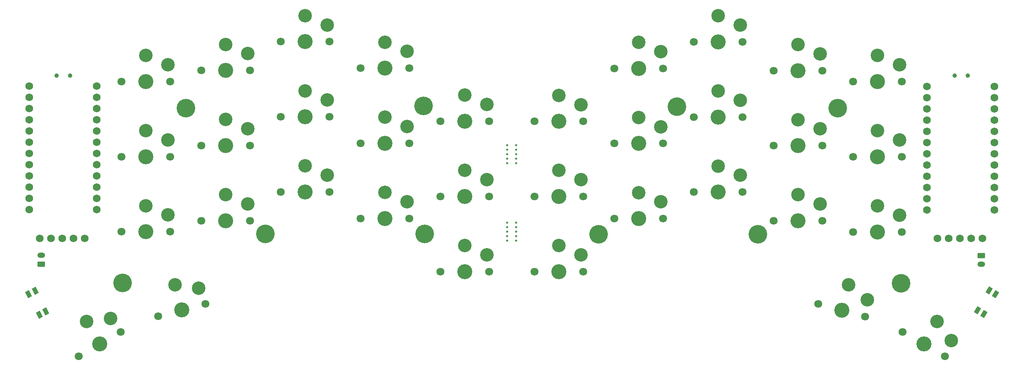
<source format=gbr>
%TF.GenerationSoftware,KiCad,Pcbnew,7.0.6*%
%TF.CreationDate,2024-11-05T18:23:53-06:00*%
%TF.ProjectId,main,6d61696e-2e6b-4696-9361-645f70636258,rev?*%
%TF.SameCoordinates,Original*%
%TF.FileFunction,Soldermask,Top*%
%TF.FilePolarity,Negative*%
%FSLAX46Y46*%
G04 Gerber Fmt 4.6, Leading zero omitted, Abs format (unit mm)*
G04 Created by KiCad (PCBNEW 7.0.6) date 2024-11-05 18:23:53*
%MOMM*%
%LPD*%
G01*
G04 APERTURE LIST*
G04 Aperture macros list*
%AMRoundRect*
0 Rectangle with rounded corners*
0 $1 Rounding radius*
0 $2 $3 $4 $5 $6 $7 $8 $9 X,Y pos of 4 corners*
0 Add a 4 corners polygon primitive as box body*
4,1,4,$2,$3,$4,$5,$6,$7,$8,$9,$2,$3,0*
0 Add four circle primitives for the rounded corners*
1,1,$1+$1,$2,$3*
1,1,$1+$1,$4,$5*
1,1,$1+$1,$6,$7*
1,1,$1+$1,$8,$9*
0 Add four rect primitives between the rounded corners*
20,1,$1+$1,$2,$3,$4,$5,0*
20,1,$1+$1,$4,$5,$6,$7,0*
20,1,$1+$1,$6,$7,$8,$9,0*
20,1,$1+$1,$8,$9,$2,$3,0*%
%AMRotRect*
0 Rectangle, with rotation*
0 The origin of the aperture is its center*
0 $1 length*
0 $2 width*
0 $3 Rotation angle, in degrees counterclockwise*
0 Add horizontal line*
21,1,$1,$2,0,0,$3*%
G04 Aperture macros list end*
%ADD10C,1.800000*%
%ADD11C,3.050000*%
%ADD12C,3.400000*%
%ADD13C,4.200000*%
%ADD14C,1.752600*%
%ADD15RotRect,1.550000X1.000000X60.000000*%
%ADD16C,0.500000*%
%ADD17RoundRect,0.250000X-0.625000X0.350000X-0.625000X-0.350000X0.625000X-0.350000X0.625000X0.350000X0*%
%ADD18O,1.750000X1.200000*%
%ADD19RoundRect,0.250000X0.625000X-0.350000X0.625000X0.350000X-0.625000X0.350000X-0.625000X-0.350000X0*%
%ADD20RotRect,1.550000X1.000000X297.500000*%
%ADD21C,1.000000*%
G04 APERTURE END LIST*
D10*
%TO.C,SW6*%
X133541961Y-60346064D03*
D11*
X139041961Y-54446064D03*
D12*
X139041961Y-60346064D03*
D11*
X144041961Y-56546064D03*
D10*
X144541961Y-60346064D03*
%TD*%
%TO.C,SW19*%
X58257249Y-31813724D03*
D11*
X63757249Y-25913724D03*
D12*
X63757249Y-31813724D03*
D11*
X68757249Y-28013724D03*
D10*
X69257249Y-31813724D03*
%TD*%
%TO.C,SW12*%
X151541964Y-65346069D03*
D11*
X157041964Y-59446069D03*
D12*
X157041964Y-65346069D03*
D11*
X162041964Y-61546069D03*
D10*
X162541964Y-65346069D03*
%TD*%
%TO.C,SW27*%
X112256252Y-60314218D03*
D11*
X117756252Y-54414218D03*
D12*
X117756252Y-60314218D03*
D11*
X122756252Y-56514218D03*
D10*
X123256252Y-60314218D03*
%TD*%
D13*
%TO.C,H4*%
X184041963Y-68845564D03*
%TD*%
D10*
%TO.C,SW25*%
X76256250Y-42313719D03*
D11*
X81756250Y-36413719D03*
D12*
X81756250Y-42313719D03*
D11*
X86756250Y-38513719D03*
D10*
X87256250Y-42313719D03*
%TD*%
D14*
%TO.C,Display1*%
X224580161Y-69844478D03*
X227120161Y-69844478D03*
X229660161Y-69844478D03*
X232200161Y-69844478D03*
X234740161Y-69844478D03*
%TD*%
D15*
%TO.C,RSW0*%
X237684422Y-82403483D03*
X235059422Y-86950117D03*
X236212178Y-81553483D03*
X233587178Y-86100117D03*
%TD*%
D10*
%TO.C,SW26*%
X94256249Y-48314217D03*
D11*
X99756249Y-42414217D03*
D12*
X99756249Y-48314217D03*
D11*
X104756249Y-44514217D03*
D10*
X105256249Y-48314217D03*
%TD*%
D16*
%TO.C,mouse-bite-2mm-slot*%
X127381000Y-48768000D03*
X127381000Y-49784000D03*
X127381000Y-50800000D03*
X127381000Y-51816000D03*
X127381000Y-52832000D03*
X129413000Y-48768000D03*
X129413000Y-49784000D03*
X129413000Y-50800000D03*
X129413000Y-51816000D03*
X129413000Y-52832000D03*
%TD*%
D10*
%TO.C,SW10*%
X205541963Y-51345570D03*
D11*
X211041963Y-45445570D03*
D12*
X211041963Y-51345570D03*
D11*
X216041963Y-47545570D03*
D10*
X216541963Y-51345570D03*
%TD*%
%TO.C,SW14*%
X187540961Y-65845566D03*
D11*
X193040961Y-59945566D03*
D12*
X193040961Y-65845566D03*
D11*
X198040961Y-62045566D03*
D10*
X198540961Y-65845566D03*
%TD*%
%TO.C,SW22*%
X112256254Y-43314221D03*
D11*
X117756254Y-37414221D03*
D12*
X117756254Y-43314221D03*
D11*
X122756254Y-39514221D03*
D10*
X123256254Y-43314221D03*
%TD*%
%TO.C,SW31*%
X94256249Y-65314223D03*
D11*
X99756249Y-59414223D03*
D12*
X99756249Y-65314223D03*
D11*
X104756249Y-61514223D03*
D10*
X105256249Y-65314223D03*
%TD*%
%TO.C,SW32*%
X112256250Y-77314221D03*
D11*
X117756250Y-71414221D03*
D12*
X117756250Y-77314221D03*
D11*
X122756250Y-73514221D03*
D10*
X123256250Y-77314221D03*
%TD*%
D17*
%TO.C,J1*%
X234479000Y-73676000D03*
D18*
X234479000Y-75676000D03*
%TD*%
D13*
%TO.C,H3*%
X202040962Y-40345569D03*
%TD*%
D10*
%TO.C,SW20*%
X76256253Y-25313722D03*
D11*
X81756253Y-19413722D03*
D12*
X81756253Y-25313722D03*
D11*
X86756253Y-21513722D03*
D10*
X87256253Y-25313722D03*
%TD*%
%TO.C,SW23*%
X40256250Y-51313724D03*
D11*
X45756250Y-45413724D03*
D12*
X45756250Y-51313724D03*
D11*
X50756250Y-47513724D03*
D10*
X51256250Y-51313724D03*
%TD*%
%TO.C,SW7*%
X151541964Y-48346063D03*
D11*
X157041964Y-42446063D03*
D12*
X157041964Y-48346063D03*
D11*
X162041964Y-44546063D03*
D10*
X162541964Y-48346063D03*
%TD*%
%TO.C,SW17*%
X216715787Y-90974187D03*
D11*
X224428927Y-88614637D03*
D12*
X221478927Y-93724187D03*
D11*
X227709054Y-92933290D03*
D10*
X226242067Y-96474187D03*
%TD*%
%TO.C,SW34*%
X48544617Y-87436926D03*
D11*
X52330177Y-80314459D03*
D12*
X53857209Y-86013421D03*
D11*
X57703326Y-81048808D03*
D10*
X59169801Y-84589916D03*
%TD*%
%TO.C,SW8*%
X169541963Y-42345565D03*
D11*
X175041963Y-36445565D03*
D12*
X175041963Y-42345565D03*
D11*
X180041963Y-38545565D03*
D10*
X180541963Y-42345565D03*
%TD*%
%TO.C,SW18*%
X40256250Y-34313721D03*
D11*
X45756250Y-28413721D03*
D12*
X45756250Y-34313721D03*
D11*
X50756250Y-30513721D03*
D10*
X51256250Y-34313721D03*
%TD*%
%TO.C,SW13*%
X169541963Y-59345566D03*
D11*
X175041963Y-53445566D03*
D12*
X175041963Y-59345566D03*
D11*
X180041963Y-55545566D03*
D10*
X180541963Y-59345566D03*
%TD*%
%TO.C,SW15*%
X205541966Y-68345564D03*
D11*
X211041966Y-62445564D03*
D12*
X211041966Y-68345564D03*
D11*
X216041966Y-64545564D03*
D10*
X216541966Y-68345564D03*
%TD*%
%TO.C,SW29*%
X58257252Y-65813720D03*
D11*
X63757252Y-59913720D03*
D12*
X63757252Y-65813720D03*
D11*
X68757252Y-62013720D03*
D10*
X69257252Y-65813720D03*
%TD*%
%TO.C,SW9*%
X187540961Y-48845565D03*
D11*
X193040961Y-42945565D03*
D12*
X193040961Y-48845565D03*
D11*
X198040961Y-45045565D03*
D10*
X198540961Y-48845565D03*
%TD*%
%TO.C,SW5*%
X205541963Y-34345567D03*
D11*
X211041963Y-28445567D03*
D12*
X211041963Y-34345567D03*
D11*
X216041963Y-30545567D03*
D10*
X216541963Y-34345567D03*
%TD*%
D13*
%TO.C,H4*%
X216323118Y-79955998D03*
%TD*%
D19*
%TO.C,J2*%
X22088000Y-75664000D03*
D18*
X22088000Y-73664000D03*
%TD*%
D10*
%TO.C,SW11*%
X133541963Y-77346067D03*
D11*
X139041963Y-71446067D03*
D12*
X139041963Y-77346067D03*
D11*
X144041963Y-73546067D03*
D10*
X144541963Y-77346067D03*
%TD*%
%TO.C,SW21*%
X94256251Y-31314222D03*
D11*
X99756251Y-25414222D03*
D12*
X99756251Y-31314222D03*
D11*
X104756251Y-27514222D03*
D10*
X105256251Y-31314222D03*
%TD*%
%TO.C,SW33*%
X30556146Y-96442341D03*
D11*
X32369286Y-88582791D03*
D12*
X35319286Y-93692341D03*
D11*
X37749413Y-87901444D03*
D10*
X40082426Y-90942341D03*
%TD*%
D13*
%TO.C,H1*%
X165735000Y-40005000D03*
%TD*%
D16*
%TO.C,mouse-bite-2mm-slot*%
X127381000Y-66230500D03*
X127381000Y-67246500D03*
X127381000Y-68262500D03*
X127381000Y-69278500D03*
X127381000Y-70294500D03*
X129413000Y-66230500D03*
X129413000Y-67246500D03*
X129413000Y-68262500D03*
X129413000Y-69278500D03*
X129413000Y-70294500D03*
%TD*%
D10*
%TO.C,SW24*%
X58257252Y-48813719D03*
D11*
X63757252Y-42913719D03*
D12*
X63757252Y-48813719D03*
D11*
X68757252Y-45013719D03*
D10*
X69257252Y-48813719D03*
%TD*%
D14*
%TO.C,Display2*%
X21787496Y-69801663D03*
X24327496Y-69801663D03*
X26867496Y-69801663D03*
X29407496Y-69801663D03*
X31947496Y-69801663D03*
%TD*%
D10*
%TO.C,SW4*%
X187540964Y-31845570D03*
D11*
X193040964Y-25945570D03*
D12*
X193040964Y-31845570D03*
D11*
X198040964Y-28045570D03*
D10*
X198540964Y-31845570D03*
%TD*%
%TO.C,SW2*%
X151541962Y-31346068D03*
D11*
X157041962Y-25446068D03*
D12*
X157041962Y-31346068D03*
D11*
X162041962Y-27546068D03*
D10*
X162541962Y-31346068D03*
%TD*%
%TO.C,SW30*%
X76256250Y-59313720D03*
D11*
X81756250Y-53413720D03*
D12*
X81756250Y-59313720D03*
D11*
X86756250Y-55513720D03*
D10*
X87256250Y-59313720D03*
%TD*%
D13*
%TO.C,H2*%
X148041963Y-68846065D03*
%TD*%
D10*
%TO.C,SW16*%
X197628412Y-84621762D03*
D11*
X204468036Y-80346305D03*
D12*
X202941004Y-86045267D03*
D11*
X208754146Y-83668844D03*
D10*
X208253596Y-87468772D03*
%TD*%
%TO.C,SW3*%
X169541960Y-25345568D03*
D11*
X175041960Y-19445568D03*
D12*
X175041960Y-25345568D03*
D11*
X180041960Y-21545568D03*
D10*
X180541960Y-25345568D03*
%TD*%
%TO.C,SW28*%
X40256247Y-68313718D03*
D11*
X45756247Y-62413718D03*
D12*
X45756247Y-68313718D03*
D11*
X50756247Y-64513718D03*
D10*
X51256247Y-68313718D03*
%TD*%
%TO.C,SW1*%
X133541959Y-43346067D03*
D11*
X139041959Y-37446067D03*
D12*
X139041959Y-43346067D03*
D11*
X144041959Y-39546067D03*
D10*
X144541959Y-43346067D03*
%TD*%
D20*
%TO.C,RSW1*%
X21658131Y-87070890D03*
X19233951Y-82414083D03*
X23166049Y-86285917D03*
X20741869Y-81629110D03*
%TD*%
D13*
%TO.C,H2*%
X108756250Y-68814219D03*
%TD*%
D21*
%TO.C,SW_POWER1*%
X28627200Y-33017713D03*
X25627200Y-33017713D03*
%TD*%
D13*
%TO.C,H4*%
X40475095Y-79924152D03*
%TD*%
%TO.C,H1*%
X108458000Y-39878000D03*
%TD*%
D14*
%TO.C,U2*%
X34611222Y-35395299D03*
X34611222Y-37935299D03*
X34611222Y-40475299D03*
X34611222Y-43015299D03*
X34611222Y-45555299D03*
X34611222Y-48095299D03*
X34611222Y-50635299D03*
X34611222Y-53175299D03*
X34611222Y-55715299D03*
X34611222Y-58255299D03*
X34611222Y-60795299D03*
X34611222Y-63335299D03*
X19371222Y-63335299D03*
X19371222Y-60795299D03*
X19371222Y-58255299D03*
X19371222Y-55715299D03*
X19371222Y-53175299D03*
X19371222Y-50635299D03*
X19371222Y-48095299D03*
X19371222Y-45555299D03*
X19371222Y-43015299D03*
X19371222Y-40475299D03*
X19371222Y-37935299D03*
X19371222Y-35395299D03*
%TD*%
D13*
%TO.C,H3*%
X54757251Y-40313723D03*
%TD*%
%TO.C,H4*%
X72756250Y-68813718D03*
%TD*%
D21*
%TO.C,SW_POWER0*%
X231446200Y-33017713D03*
X228446200Y-33017713D03*
%TD*%
D14*
%TO.C,U1*%
X237426991Y-35427145D03*
X237426991Y-37967145D03*
X237426991Y-40507145D03*
X237426991Y-43047145D03*
X237426991Y-45587145D03*
X237426991Y-48127145D03*
X237426991Y-50667145D03*
X237426991Y-53207145D03*
X237426991Y-55747145D03*
X237426991Y-58287145D03*
X237426991Y-60827145D03*
X237426991Y-63367145D03*
X222186991Y-63367145D03*
X222186991Y-60827145D03*
X222186991Y-58287145D03*
X222186991Y-55747145D03*
X222186991Y-53207145D03*
X222186991Y-50667145D03*
X222186991Y-48127145D03*
X222186991Y-45587145D03*
X222186991Y-43047145D03*
X222186991Y-40507145D03*
X222186991Y-37967145D03*
X222186991Y-35427145D03*
%TD*%
M02*

</source>
